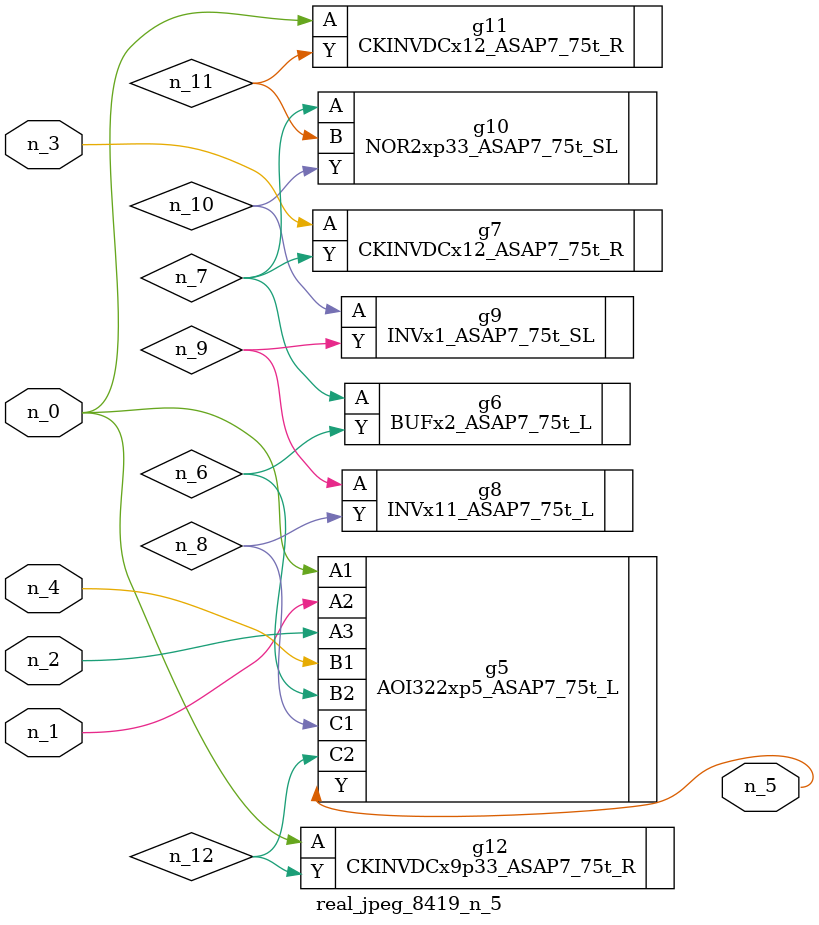
<source format=v>
module real_jpeg_8419_n_5 (n_4, n_0, n_1, n_2, n_3, n_5);

input n_4;
input n_0;
input n_1;
input n_2;
input n_3;

output n_5;

wire n_12;
wire n_8;
wire n_11;
wire n_6;
wire n_7;
wire n_10;
wire n_9;

AOI322xp5_ASAP7_75t_L g5 ( 
.A1(n_0),
.A2(n_1),
.A3(n_2),
.B1(n_4),
.B2(n_6),
.C1(n_8),
.C2(n_12),
.Y(n_5)
);

CKINVDCx12_ASAP7_75t_R g11 ( 
.A(n_0),
.Y(n_11)
);

CKINVDCx9p33_ASAP7_75t_R g12 ( 
.A(n_0),
.Y(n_12)
);

CKINVDCx12_ASAP7_75t_R g7 ( 
.A(n_3),
.Y(n_7)
);

BUFx2_ASAP7_75t_L g6 ( 
.A(n_7),
.Y(n_6)
);

NOR2xp33_ASAP7_75t_SL g10 ( 
.A(n_7),
.B(n_11),
.Y(n_10)
);

INVx11_ASAP7_75t_L g8 ( 
.A(n_9),
.Y(n_8)
);

INVx1_ASAP7_75t_SL g9 ( 
.A(n_10),
.Y(n_9)
);


endmodule
</source>
